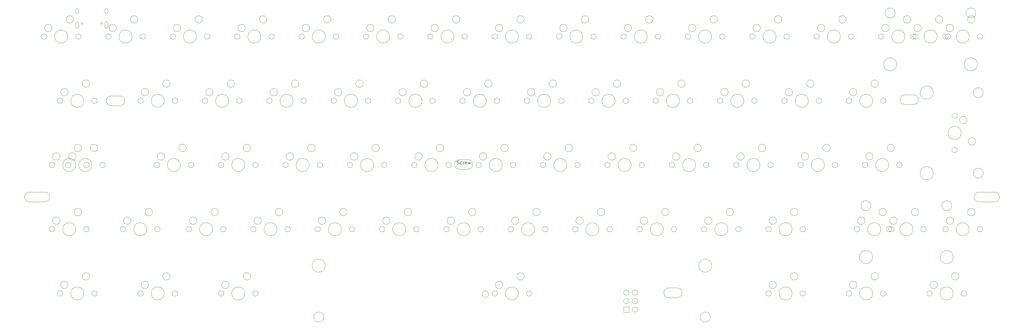
<source format=gbr>
G04 #@! TF.GenerationSoftware,KiCad,Pcbnew,(5.99.0-11336-g5116fa6d12)*
G04 #@! TF.CreationDate,2021-07-24T21:02:53+02:00*
G04 #@! TF.ProjectId,plain60-flex-mkd-iso,706c6169-6e36-4302-9d66-6c65782d6d6b,rev?*
G04 #@! TF.SameCoordinates,Original*
G04 #@! TF.FileFunction,AssemblyDrawing,Top*
%FSLAX46Y46*%
G04 Gerber Fmt 4.6, Leading zero omitted, Abs format (unit mm)*
G04 Created by KiCad (PCBNEW (5.99.0-11336-g5116fa6d12)) date 2021-07-24 21:02:53*
%MOMM*%
%LPD*%
G01*
G04 APERTURE LIST*
%ADD10C,0.150000*%
%ADD11C,0.100000*%
G04 APERTURE END LIST*
D10*
X126611417Y-47329801D02*
X126754274Y-47377420D01*
X126992369Y-47377420D01*
X127087608Y-47329801D01*
X127135227Y-47282182D01*
X127182846Y-47186944D01*
X127182846Y-47091706D01*
X127135227Y-46996468D01*
X127087608Y-46948849D01*
X126992369Y-46901230D01*
X126801893Y-46853611D01*
X126706655Y-46805992D01*
X126659036Y-46758373D01*
X126611417Y-46663135D01*
X126611417Y-46567897D01*
X126659036Y-46472659D01*
X126706655Y-46425040D01*
X126801893Y-46377420D01*
X127039988Y-46377420D01*
X127182846Y-46425040D01*
X128039988Y-47329801D02*
X127944750Y-47377420D01*
X127754274Y-47377420D01*
X127659036Y-47329801D01*
X127611417Y-47282182D01*
X127563798Y-47186944D01*
X127563798Y-46901230D01*
X127611417Y-46805992D01*
X127659036Y-46758373D01*
X127754274Y-46710754D01*
X127944750Y-46710754D01*
X128039988Y-46758373D01*
X128468560Y-47377420D02*
X128468560Y-46710754D01*
X128468560Y-46901230D02*
X128516179Y-46805992D01*
X128563798Y-46758373D01*
X128659036Y-46710754D01*
X128754274Y-46710754D01*
X129468560Y-47329801D02*
X129373322Y-47377420D01*
X129182846Y-47377420D01*
X129087608Y-47329801D01*
X129039988Y-47234563D01*
X129039988Y-46853611D01*
X129087608Y-46758373D01*
X129182846Y-46710754D01*
X129373322Y-46710754D01*
X129468560Y-46758373D01*
X129516179Y-46853611D01*
X129516179Y-46948849D01*
X129039988Y-47044087D01*
X129849512Y-46710754D02*
X130039988Y-47377420D01*
X130230465Y-46901230D01*
X130420941Y-47377420D01*
X130611417Y-46710754D01*
D11*
X79833000Y-23495000D02*
G75*
G03*
X79833000Y-23495000I-1093000J0D01*
G01*
X73483000Y-26035000D02*
G75*
G03*
X73483000Y-26035000I-1093000J0D01*
G01*
X71920900Y-28575000D02*
G75*
G03*
X71920900Y-28575000I-800900J0D01*
G01*
X82080900Y-28575000D02*
G75*
G03*
X82080900Y-28575000I-800900J0D01*
G01*
X78143900Y-28575000D02*
G75*
G03*
X78143900Y-28575000I-1943900J0D01*
G01*
X98883000Y-23495000D02*
G75*
G03*
X98883000Y-23495000I-1093000J0D01*
G01*
X92533000Y-26035000D02*
G75*
G03*
X92533000Y-26035000I-1093000J0D01*
G01*
X90970900Y-28575000D02*
G75*
G03*
X90970900Y-28575000I-800900J0D01*
G01*
X101130900Y-28575000D02*
G75*
G03*
X101130900Y-28575000I-800900J0D01*
G01*
X97193900Y-28575000D02*
G75*
G03*
X97193900Y-28575000I-1943900J0D01*
G01*
X156033000Y-23495000D02*
G75*
G03*
X156033000Y-23495000I-1093000J0D01*
G01*
X149683000Y-26035000D02*
G75*
G03*
X149683000Y-26035000I-1093000J0D01*
G01*
X154343900Y-28575000D02*
G75*
G03*
X154343900Y-28575000I-1943900J0D01*
G01*
X148120900Y-28575000D02*
G75*
G03*
X148120900Y-28575000I-800900J0D01*
G01*
X158280900Y-28575000D02*
G75*
G03*
X158280900Y-28575000I-800900J0D01*
G01*
X175083000Y-23495000D02*
G75*
G03*
X175083000Y-23495000I-1093000J0D01*
G01*
X168733000Y-26035000D02*
G75*
G03*
X168733000Y-26035000I-1093000J0D01*
G01*
X167170900Y-28575000D02*
G75*
G03*
X167170900Y-28575000I-800900J0D01*
G01*
X177330900Y-28575000D02*
G75*
G03*
X177330900Y-28575000I-800900J0D01*
G01*
X173393900Y-28575000D02*
G75*
G03*
X173393900Y-28575000I-1943900J0D01*
G01*
X136983000Y-23495000D02*
G75*
G03*
X136983000Y-23495000I-1093000J0D01*
G01*
X130633000Y-26035000D02*
G75*
G03*
X130633000Y-26035000I-1093000J0D01*
G01*
X139230900Y-28575000D02*
G75*
G03*
X139230900Y-28575000I-800900J0D01*
G01*
X129070900Y-28575000D02*
G75*
G03*
X129070900Y-28575000I-800900J0D01*
G01*
X135293900Y-28575000D02*
G75*
G03*
X135293900Y-28575000I-1943900J0D01*
G01*
X117933000Y-23495000D02*
G75*
G03*
X117933000Y-23495000I-1093000J0D01*
G01*
X111583000Y-26035000D02*
G75*
G03*
X111583000Y-26035000I-1093000J0D01*
G01*
X120180900Y-28575000D02*
G75*
G03*
X120180900Y-28575000I-800900J0D01*
G01*
X110020900Y-28575000D02*
G75*
G03*
X110020900Y-28575000I-800900J0D01*
G01*
X116243900Y-28575000D02*
G75*
G03*
X116243900Y-28575000I-1943900J0D01*
G01*
X17920500Y-23495000D02*
G75*
G03*
X17920500Y-23495000I-1093000J0D01*
G01*
X11570500Y-26035000D02*
G75*
G03*
X11570500Y-26035000I-1093000J0D01*
G01*
X10008400Y-28575000D02*
G75*
G03*
X10008400Y-28575000I-800900J0D01*
G01*
X16231400Y-28575000D02*
G75*
G03*
X16231400Y-28575000I-1943900J0D01*
G01*
X20168400Y-28575000D02*
G75*
G03*
X20168400Y-28575000I-800900J0D01*
G01*
X146508000Y-4445000D02*
G75*
G03*
X146508000Y-4445000I-1093000J0D01*
G01*
X140158000Y-6985000D02*
G75*
G03*
X140158000Y-6985000I-1093000J0D01*
G01*
X144818900Y-9525000D02*
G75*
G03*
X144818900Y-9525000I-1943900J0D01*
G01*
X148755900Y-9525000D02*
G75*
G03*
X148755900Y-9525000I-800900J0D01*
G01*
X138595900Y-9525000D02*
G75*
G03*
X138595900Y-9525000I-800900J0D01*
G01*
X184608000Y-4445000D02*
G75*
G03*
X184608000Y-4445000I-1093000J0D01*
G01*
X178258000Y-6985000D02*
G75*
G03*
X178258000Y-6985000I-1093000J0D01*
G01*
X176695900Y-9525000D02*
G75*
G03*
X176695900Y-9525000I-800900J0D01*
G01*
X186855900Y-9525000D02*
G75*
G03*
X186855900Y-9525000I-800900J0D01*
G01*
X182918900Y-9525000D02*
G75*
G03*
X182918900Y-9525000I-1943900J0D01*
G01*
X89358000Y-4445000D02*
G75*
G03*
X89358000Y-4445000I-1093000J0D01*
G01*
X83008000Y-6985000D02*
G75*
G03*
X83008000Y-6985000I-1093000J0D01*
G01*
X91605900Y-9525000D02*
G75*
G03*
X91605900Y-9525000I-800900J0D01*
G01*
X81445900Y-9525000D02*
G75*
G03*
X81445900Y-9525000I-800900J0D01*
G01*
X87668900Y-9525000D02*
G75*
G03*
X87668900Y-9525000I-1943900J0D01*
G01*
X241758000Y-4445000D02*
G75*
G03*
X241758000Y-4445000I-1093000J0D01*
G01*
X235408000Y-6985000D02*
G75*
G03*
X235408000Y-6985000I-1093000J0D01*
G01*
X240068900Y-9525000D02*
G75*
G03*
X240068900Y-9525000I-1943900J0D01*
G01*
X244005900Y-9525000D02*
G75*
G03*
X244005900Y-9525000I-800900J0D01*
G01*
X233845900Y-9525000D02*
G75*
G03*
X233845900Y-9525000I-800900J0D01*
G01*
X222708000Y-4445000D02*
G75*
G03*
X222708000Y-4445000I-1093000J0D01*
G01*
X216358000Y-6985000D02*
G75*
G03*
X216358000Y-6985000I-1093000J0D01*
G01*
X214795900Y-9525000D02*
G75*
G03*
X214795900Y-9525000I-800900J0D01*
G01*
X224955900Y-9525000D02*
G75*
G03*
X224955900Y-9525000I-800900J0D01*
G01*
X221018900Y-9525000D02*
G75*
G03*
X221018900Y-9525000I-1943900J0D01*
G01*
X203658000Y-4445000D02*
G75*
G03*
X203658000Y-4445000I-1093000J0D01*
G01*
X197308000Y-6985000D02*
G75*
G03*
X197308000Y-6985000I-1093000J0D01*
G01*
X201968900Y-9525000D02*
G75*
G03*
X201968900Y-9525000I-1943900J0D01*
G01*
X205905900Y-9525000D02*
G75*
G03*
X205905900Y-9525000I-800900J0D01*
G01*
X195745900Y-9525000D02*
G75*
G03*
X195745900Y-9525000I-800900J0D01*
G01*
X165558000Y-4445000D02*
G75*
G03*
X165558000Y-4445000I-1093000J0D01*
G01*
X159208000Y-6985000D02*
G75*
G03*
X159208000Y-6985000I-1093000J0D01*
G01*
X157645900Y-9525000D02*
G75*
G03*
X157645900Y-9525000I-800900J0D01*
G01*
X167805900Y-9525000D02*
G75*
G03*
X167805900Y-9525000I-800900J0D01*
G01*
X163868900Y-9525000D02*
G75*
G03*
X163868900Y-9525000I-1943900J0D01*
G01*
X127458000Y-4445000D02*
G75*
G03*
X127458000Y-4445000I-1093000J0D01*
G01*
X121108000Y-6985000D02*
G75*
G03*
X121108000Y-6985000I-1093000J0D01*
G01*
X125768900Y-9525000D02*
G75*
G03*
X125768900Y-9525000I-1943900J0D01*
G01*
X119545900Y-9525000D02*
G75*
G03*
X119545900Y-9525000I-800900J0D01*
G01*
X129705900Y-9525000D02*
G75*
G03*
X129705900Y-9525000I-800900J0D01*
G01*
X108408000Y-4445000D02*
G75*
G03*
X108408000Y-4445000I-1093000J0D01*
G01*
X102058000Y-6985000D02*
G75*
G03*
X102058000Y-6985000I-1093000J0D01*
G01*
X110655900Y-9525000D02*
G75*
G03*
X110655900Y-9525000I-800900J0D01*
G01*
X100495900Y-9525000D02*
G75*
G03*
X100495900Y-9525000I-800900J0D01*
G01*
X106718900Y-9525000D02*
G75*
G03*
X106718900Y-9525000I-1943900J0D01*
G01*
X70308000Y-4445000D02*
G75*
G03*
X70308000Y-4445000I-1093000J0D01*
G01*
X63958000Y-6985000D02*
G75*
G03*
X63958000Y-6985000I-1093000J0D01*
G01*
X62395900Y-9525000D02*
G75*
G03*
X62395900Y-9525000I-800900J0D01*
G01*
X68618900Y-9525000D02*
G75*
G03*
X68618900Y-9525000I-1943900J0D01*
G01*
X72555900Y-9525000D02*
G75*
G03*
X72555900Y-9525000I-800900J0D01*
G01*
X32208000Y-4445000D02*
G75*
G03*
X32208000Y-4445000I-1093000J0D01*
G01*
X25858000Y-6985000D02*
G75*
G03*
X25858000Y-6985000I-1093000J0D01*
G01*
X30518900Y-9525000D02*
G75*
G03*
X30518900Y-9525000I-1943900J0D01*
G01*
X34455900Y-9525000D02*
G75*
G03*
X34455900Y-9525000I-800900J0D01*
G01*
X24295900Y-9525000D02*
G75*
G03*
X24295900Y-9525000I-800900J0D01*
G01*
X13158000Y-4445000D02*
G75*
G03*
X13158000Y-4445000I-1093000J0D01*
G01*
X6808000Y-6985000D02*
G75*
G03*
X6808000Y-6985000I-1093000J0D01*
G01*
X11468900Y-9525000D02*
G75*
G03*
X11468900Y-9525000I-1943900J0D01*
G01*
X15405900Y-9525000D02*
G75*
G03*
X15405900Y-9525000I-800900J0D01*
G01*
X5245900Y-9525000D02*
G75*
G03*
X5245900Y-9525000I-800900J0D01*
G01*
X41733000Y-80645000D02*
G75*
G03*
X41733000Y-80645000I-1093000J0D01*
G01*
X35383000Y-83185000D02*
G75*
G03*
X35383000Y-83185000I-1093000J0D01*
G01*
X33820900Y-85725000D02*
G75*
G03*
X33820900Y-85725000I-800900J0D01*
G01*
X43980900Y-85725000D02*
G75*
G03*
X43980900Y-85725000I-800900J0D01*
G01*
X40043900Y-85725000D02*
G75*
G03*
X40043900Y-85725000I-1943900J0D01*
G01*
X151270500Y-61595000D02*
G75*
G03*
X151270500Y-61595000I-1093000J0D01*
G01*
X144920500Y-64135000D02*
G75*
G03*
X144920500Y-64135000I-1093000J0D01*
G01*
X153518400Y-66675000D02*
G75*
G03*
X153518400Y-66675000I-800900J0D01*
G01*
X143358400Y-66675000D02*
G75*
G03*
X143358400Y-66675000I-800900J0D01*
G01*
X149581400Y-66675000D02*
G75*
G03*
X149581400Y-66675000I-1943900J0D01*
G01*
X227470500Y-61595000D02*
G75*
G03*
X227470500Y-61595000I-1093000J0D01*
G01*
X221120500Y-64135000D02*
G75*
G03*
X221120500Y-64135000I-1093000J0D01*
G01*
X225781400Y-66675000D02*
G75*
G03*
X225781400Y-66675000I-1943900J0D01*
G01*
X219558400Y-66675000D02*
G75*
G03*
X219558400Y-66675000I-800900J0D01*
G01*
X229718400Y-66675000D02*
G75*
G03*
X229718400Y-66675000I-800900J0D01*
G01*
X170320500Y-61595000D02*
G75*
G03*
X170320500Y-61595000I-1093000J0D01*
G01*
X163970500Y-64135000D02*
G75*
G03*
X163970500Y-64135000I-1093000J0D01*
G01*
X172568400Y-66675000D02*
G75*
G03*
X172568400Y-66675000I-800900J0D01*
G01*
X168631400Y-66675000D02*
G75*
G03*
X168631400Y-66675000I-1943900J0D01*
G01*
X162408400Y-66675000D02*
G75*
G03*
X162408400Y-66675000I-800900J0D01*
G01*
X132220500Y-61595000D02*
G75*
G03*
X132220500Y-61595000I-1093000J0D01*
G01*
X125870500Y-64135000D02*
G75*
G03*
X125870500Y-64135000I-1093000J0D01*
G01*
X124308400Y-66675000D02*
G75*
G03*
X124308400Y-66675000I-800900J0D01*
G01*
X130531400Y-66675000D02*
G75*
G03*
X130531400Y-66675000I-1943900J0D01*
G01*
X134468400Y-66675000D02*
G75*
G03*
X134468400Y-66675000I-800900J0D01*
G01*
X189370500Y-61595000D02*
G75*
G03*
X189370500Y-61595000I-1093000J0D01*
G01*
X183020500Y-64135000D02*
G75*
G03*
X183020500Y-64135000I-1093000J0D01*
G01*
X191618400Y-66675000D02*
G75*
G03*
X191618400Y-66675000I-800900J0D01*
G01*
X181458400Y-66675000D02*
G75*
G03*
X181458400Y-66675000I-800900J0D01*
G01*
X187681400Y-66675000D02*
G75*
G03*
X187681400Y-66675000I-1943900J0D01*
G01*
X17920500Y-80645000D02*
G75*
G03*
X17920500Y-80645000I-1093000J0D01*
G01*
X11570500Y-83185000D02*
G75*
G03*
X11570500Y-83185000I-1093000J0D01*
G01*
X10008400Y-85725000D02*
G75*
G03*
X10008400Y-85725000I-800900J0D01*
G01*
X20168400Y-85725000D02*
G75*
G03*
X20168400Y-85725000I-800900J0D01*
G01*
X16231400Y-85725000D02*
G75*
G03*
X16231400Y-85725000I-1943900J0D01*
G01*
X251283000Y-23495000D02*
G75*
G03*
X251283000Y-23495000I-1093000J0D01*
G01*
X244933000Y-26035000D02*
G75*
G03*
X244933000Y-26035000I-1093000J0D01*
G01*
X243370900Y-28575000D02*
G75*
G03*
X243370900Y-28575000I-800900J0D01*
G01*
X249593900Y-28575000D02*
G75*
G03*
X249593900Y-28575000I-1943900J0D01*
G01*
X253530900Y-28575000D02*
G75*
G03*
X253530900Y-28575000I-800900J0D01*
G01*
X56020500Y-61595000D02*
G75*
G03*
X56020500Y-61595000I-1093000J0D01*
G01*
X49670500Y-64135000D02*
G75*
G03*
X49670500Y-64135000I-1093000J0D01*
G01*
X54331400Y-66675000D02*
G75*
G03*
X54331400Y-66675000I-1943900J0D01*
G01*
X58268400Y-66675000D02*
G75*
G03*
X58268400Y-66675000I-800900J0D01*
G01*
X48108400Y-66675000D02*
G75*
G03*
X48108400Y-66675000I-800900J0D01*
G01*
X194133000Y-23495000D02*
G75*
G03*
X194133000Y-23495000I-1093000J0D01*
G01*
X187783000Y-26035000D02*
G75*
G03*
X187783000Y-26035000I-1093000J0D01*
G01*
X192443900Y-28575000D02*
G75*
G03*
X192443900Y-28575000I-1943900J0D01*
G01*
X186220900Y-28575000D02*
G75*
G03*
X186220900Y-28575000I-800900J0D01*
G01*
X196380900Y-28575000D02*
G75*
G03*
X196380900Y-28575000I-800900J0D01*
G01*
X122695500Y-42545000D02*
G75*
G03*
X122695500Y-42545000I-1093000J0D01*
G01*
X116345500Y-45085000D02*
G75*
G03*
X116345500Y-45085000I-1093000J0D01*
G01*
X114783400Y-47625000D02*
G75*
G03*
X114783400Y-47625000I-800900J0D01*
G01*
X121006400Y-47625000D02*
G75*
G03*
X121006400Y-47625000I-1943900J0D01*
G01*
X124943400Y-47625000D02*
G75*
G03*
X124943400Y-47625000I-800900J0D01*
G01*
X65545500Y-42545000D02*
G75*
G03*
X65545500Y-42545000I-1093000J0D01*
G01*
X59195500Y-45085000D02*
G75*
G03*
X59195500Y-45085000I-1093000J0D01*
G01*
X63856400Y-47625000D02*
G75*
G03*
X63856400Y-47625000I-1943900J0D01*
G01*
X67793400Y-47625000D02*
G75*
G03*
X67793400Y-47625000I-800900J0D01*
G01*
X57633400Y-47625000D02*
G75*
G03*
X57633400Y-47625000I-800900J0D01*
G01*
X256045500Y-42545000D02*
G75*
G03*
X256045500Y-42545000I-1093000J0D01*
G01*
X249695500Y-45085000D02*
G75*
G03*
X249695500Y-45085000I-1093000J0D01*
G01*
X254356400Y-47625000D02*
G75*
G03*
X254356400Y-47625000I-1943900J0D01*
G01*
X258293400Y-47625000D02*
G75*
G03*
X258293400Y-47625000I-800900J0D01*
G01*
X248133400Y-47625000D02*
G75*
G03*
X248133400Y-47625000I-800900J0D01*
G01*
X279858000Y-61595000D02*
G75*
G03*
X279858000Y-61595000I-1093000J0D01*
G01*
X273508000Y-64135000D02*
G75*
G03*
X273508000Y-64135000I-1093000J0D01*
G01*
X271945900Y-66675000D02*
G75*
G03*
X271945900Y-66675000I-800900J0D01*
G01*
X282105900Y-66675000D02*
G75*
G03*
X282105900Y-66675000I-800900J0D01*
G01*
X278168900Y-66675000D02*
G75*
G03*
X278168900Y-66675000I-1943900J0D01*
G01*
X179845500Y-42545000D02*
G75*
G03*
X179845500Y-42545000I-1093000J0D01*
G01*
X173495500Y-45085000D02*
G75*
G03*
X173495500Y-45085000I-1093000J0D01*
G01*
X182093400Y-47625000D02*
G75*
G03*
X182093400Y-47625000I-800900J0D01*
G01*
X178156400Y-47625000D02*
G75*
G03*
X178156400Y-47625000I-1943900J0D01*
G01*
X171933400Y-47625000D02*
G75*
G03*
X171933400Y-47625000I-800900J0D01*
G01*
X280017687Y-40640061D02*
G75*
G03*
X280017687Y-40640061I-1093000J0D01*
G01*
X277477687Y-34290061D02*
G75*
G03*
X277477687Y-34290061I-1093000J0D01*
G01*
X267532687Y-26162961D02*
G75*
G03*
X267532687Y-26162961I-1943900J0D01*
G01*
X267532687Y-50038961D02*
G75*
G03*
X267532687Y-50038961I-1943900J0D01*
G01*
X274645587Y-33020061D02*
G75*
G03*
X274645587Y-33020061I-800900J0D01*
G01*
X275788587Y-38100061D02*
G75*
G03*
X275788587Y-38100061I-1943900J0D01*
G01*
X282302787Y-26162961D02*
G75*
G03*
X282302787Y-26162961I-1474000J0D01*
G01*
X282302787Y-50038961D02*
G75*
G03*
X282302787Y-50038961I-1474000J0D01*
G01*
X274645587Y-43180061D02*
G75*
G03*
X274645587Y-43180061I-800900J0D01*
G01*
X232233000Y-23495000D02*
G75*
G03*
X232233000Y-23495000I-1093000J0D01*
G01*
X225883000Y-26035000D02*
G75*
G03*
X225883000Y-26035000I-1093000J0D01*
G01*
X230543900Y-28575000D02*
G75*
G03*
X230543900Y-28575000I-1943900J0D01*
G01*
X234480900Y-28575000D02*
G75*
G03*
X234480900Y-28575000I-800900J0D01*
G01*
X224320900Y-28575000D02*
G75*
G03*
X224320900Y-28575000I-800900J0D01*
G01*
X65545500Y-80645000D02*
G75*
G03*
X65545500Y-80645000I-1093000J0D01*
G01*
X59195500Y-83185000D02*
G75*
G03*
X59195500Y-83185000I-1093000J0D01*
G01*
X63856400Y-85725000D02*
G75*
G03*
X63856400Y-85725000I-1943900J0D01*
G01*
X67793400Y-85725000D02*
G75*
G03*
X67793400Y-85725000I-800900J0D01*
G01*
X57633400Y-85725000D02*
G75*
G03*
X57633400Y-85725000I-800900J0D01*
G01*
X84595500Y-42545000D02*
G75*
G03*
X84595500Y-42545000I-1093000J0D01*
G01*
X78245500Y-45085000D02*
G75*
G03*
X78245500Y-45085000I-1093000J0D01*
G01*
X82906400Y-47625000D02*
G75*
G03*
X82906400Y-47625000I-1943900J0D01*
G01*
X76683400Y-47625000D02*
G75*
G03*
X76683400Y-47625000I-800900J0D01*
G01*
X86843400Y-47625000D02*
G75*
G03*
X86843400Y-47625000I-800900J0D01*
G01*
X160795500Y-42545000D02*
G75*
G03*
X160795500Y-42545000I-1093000J0D01*
G01*
X154445500Y-45085000D02*
G75*
G03*
X154445500Y-45085000I-1093000J0D01*
G01*
X163043400Y-47625000D02*
G75*
G03*
X163043400Y-47625000I-800900J0D01*
G01*
X152883400Y-47625000D02*
G75*
G03*
X152883400Y-47625000I-800900J0D01*
G01*
X159106400Y-47625000D02*
G75*
G03*
X159106400Y-47625000I-1943900J0D01*
G01*
X103645500Y-42545000D02*
G75*
G03*
X103645500Y-42545000I-1093000J0D01*
G01*
X97295500Y-45085000D02*
G75*
G03*
X97295500Y-45085000I-1093000J0D01*
G01*
X105893400Y-47625000D02*
G75*
G03*
X105893400Y-47625000I-800900J0D01*
G01*
X101956400Y-47625000D02*
G75*
G03*
X101956400Y-47625000I-1943900J0D01*
G01*
X95733400Y-47625000D02*
G75*
G03*
X95733400Y-47625000I-800900J0D01*
G01*
X46495500Y-42545000D02*
G75*
G03*
X46495500Y-42545000I-1093000J0D01*
G01*
X40145500Y-45085000D02*
G75*
G03*
X40145500Y-45085000I-1093000J0D01*
G01*
X44806400Y-47625000D02*
G75*
G03*
X44806400Y-47625000I-1943900J0D01*
G01*
X38583400Y-47625000D02*
G75*
G03*
X38583400Y-47625000I-800900J0D01*
G01*
X48743400Y-47625000D02*
G75*
G03*
X48743400Y-47625000I-800900J0D01*
G01*
X198895500Y-42545000D02*
G75*
G03*
X198895500Y-42545000I-1093000J0D01*
G01*
X192545500Y-45085000D02*
G75*
G03*
X192545500Y-45085000I-1093000J0D01*
G01*
X190983400Y-47625000D02*
G75*
G03*
X190983400Y-47625000I-800900J0D01*
G01*
X197206400Y-47625000D02*
G75*
G03*
X197206400Y-47625000I-1943900J0D01*
G01*
X201143400Y-47625000D02*
G75*
G03*
X201143400Y-47625000I-800900J0D01*
G01*
X15539277Y-61594925D02*
G75*
G03*
X15539277Y-61594925I-1093000J0D01*
G01*
X9189277Y-64134925D02*
G75*
G03*
X9189277Y-64134925I-1093000J0D01*
G01*
X7627177Y-66674925D02*
G75*
G03*
X7627177Y-66674925I-800900J0D01*
G01*
X13850177Y-66674925D02*
G75*
G03*
X13850177Y-66674925I-1943900J0D01*
G01*
X17787177Y-66674925D02*
G75*
G03*
X17787177Y-66674925I-800900J0D01*
G01*
X236995500Y-42545000D02*
G75*
G03*
X236995500Y-42545000I-1093000J0D01*
G01*
X230645500Y-45085000D02*
G75*
G03*
X230645500Y-45085000I-1093000J0D01*
G01*
X235306400Y-47625000D02*
G75*
G03*
X235306400Y-47625000I-1943900J0D01*
G01*
X239243400Y-47625000D02*
G75*
G03*
X239243400Y-47625000I-800900J0D01*
G01*
X229083400Y-47625000D02*
G75*
G03*
X229083400Y-47625000I-800900J0D01*
G01*
X217945500Y-42545000D02*
G75*
G03*
X217945500Y-42545000I-1093000J0D01*
G01*
X211595500Y-45085000D02*
G75*
G03*
X211595500Y-45085000I-1093000J0D01*
G01*
X210033400Y-47625000D02*
G75*
G03*
X210033400Y-47625000I-800900J0D01*
G01*
X220193400Y-47625000D02*
G75*
G03*
X220193400Y-47625000I-800900J0D01*
G01*
X216256400Y-47625000D02*
G75*
G03*
X216256400Y-47625000I-1943900J0D01*
G01*
X213183000Y-23495000D02*
G75*
G03*
X213183000Y-23495000I-1093000J0D01*
G01*
X206833000Y-26035000D02*
G75*
G03*
X206833000Y-26035000I-1093000J0D01*
G01*
X205270900Y-28575000D02*
G75*
G03*
X205270900Y-28575000I-800900J0D01*
G01*
X215430900Y-28575000D02*
G75*
G03*
X215430900Y-28575000I-800900J0D01*
G01*
X211493900Y-28575000D02*
G75*
G03*
X211493900Y-28575000I-1943900J0D01*
G01*
X141745500Y-42545000D02*
G75*
G03*
X141745500Y-42545000I-1093000J0D01*
G01*
X135395500Y-45085000D02*
G75*
G03*
X135395500Y-45085000I-1093000J0D01*
G01*
X133833400Y-47625000D02*
G75*
G03*
X133833400Y-47625000I-800900J0D01*
G01*
X140056400Y-47625000D02*
G75*
G03*
X140056400Y-47625000I-1943900J0D01*
G01*
X143993400Y-47625000D02*
G75*
G03*
X143993400Y-47625000I-800900J0D01*
G01*
X20301750Y-42545000D02*
G75*
G03*
X20301750Y-42545000I-1093000J0D01*
G01*
X13951750Y-45085000D02*
G75*
G03*
X13951750Y-45085000I-1093000J0D01*
G01*
X12389650Y-47625000D02*
G75*
G03*
X12389650Y-47625000I-800900J0D01*
G01*
X18612650Y-47625000D02*
G75*
G03*
X18612650Y-47625000I-1943900J0D01*
G01*
X22549650Y-47625000D02*
G75*
G03*
X22549650Y-47625000I-800900J0D01*
G01*
X113170500Y-61595000D02*
G75*
G03*
X113170500Y-61595000I-1093000J0D01*
G01*
X106820500Y-64135000D02*
G75*
G03*
X106820500Y-64135000I-1093000J0D01*
G01*
X115418400Y-66675000D02*
G75*
G03*
X115418400Y-66675000I-800900J0D01*
G01*
X105258400Y-66675000D02*
G75*
G03*
X105258400Y-66675000I-800900J0D01*
G01*
X111481400Y-66675000D02*
G75*
G03*
X111481400Y-66675000I-1943900J0D01*
G01*
X251283000Y-80645000D02*
G75*
G03*
X251283000Y-80645000I-1093000J0D01*
G01*
X244933000Y-83185000D02*
G75*
G03*
X244933000Y-83185000I-1093000J0D01*
G01*
X249593900Y-85725000D02*
G75*
G03*
X249593900Y-85725000I-1943900J0D01*
G01*
X243370900Y-85725000D02*
G75*
G03*
X243370900Y-85725000I-800900J0D01*
G01*
X253530900Y-85725000D02*
G75*
G03*
X253530900Y-85725000I-800900J0D01*
G01*
X75070500Y-61595000D02*
G75*
G03*
X75070500Y-61595000I-1093000J0D01*
G01*
X68720500Y-64135000D02*
G75*
G03*
X68720500Y-64135000I-1093000J0D01*
G01*
X77318400Y-66675000D02*
G75*
G03*
X77318400Y-66675000I-800900J0D01*
G01*
X67158400Y-66675000D02*
G75*
G03*
X67158400Y-66675000I-800900J0D01*
G01*
X73381400Y-66675000D02*
G75*
G03*
X73381400Y-66675000I-1943900J0D01*
G01*
X227470500Y-80645000D02*
G75*
G03*
X227470500Y-80645000I-1093000J0D01*
G01*
X221120500Y-83185000D02*
G75*
G03*
X221120500Y-83185000I-1093000J0D01*
G01*
X225781400Y-85725000D02*
G75*
G03*
X225781400Y-85725000I-1943900J0D01*
G01*
X219558400Y-85725000D02*
G75*
G03*
X219558400Y-85725000I-800900J0D01*
G01*
X229718400Y-85725000D02*
G75*
G03*
X229718400Y-85725000I-800900J0D01*
G01*
X275095728Y-80645072D02*
G75*
G03*
X275095728Y-80645072I-1093000J0D01*
G01*
X268745728Y-83185072D02*
G75*
G03*
X268745728Y-83185072I-1093000J0D01*
G01*
X267183628Y-85725072D02*
G75*
G03*
X267183628Y-85725072I-800900J0D01*
G01*
X277343628Y-85725072D02*
G75*
G03*
X277343628Y-85725072I-800900J0D01*
G01*
X273406628Y-85725072D02*
G75*
G03*
X273406628Y-85725072I-1943900J0D01*
G01*
X281118988Y-58575000D02*
X285618988Y-58575000D01*
X281118988Y-55675000D02*
X285618988Y-55675000D01*
X285618988Y-58575000D02*
G75*
G03*
X285618988Y-55675000I0J1450000D01*
G01*
X281118988Y-55675000D02*
G75*
G03*
X281118988Y-58575000I0J-1450000D01*
G01*
X131252Y-58575000D02*
X4631252Y-58575000D01*
X131252Y-55675000D02*
X4631252Y-55675000D01*
X4631252Y-58575000D02*
G75*
G03*
X4631252Y-55675000I0J1450000D01*
G01*
X131252Y-55675000D02*
G75*
G03*
X131252Y-58575000I0J-1450000D01*
G01*
X41733000Y-23495000D02*
G75*
G03*
X41733000Y-23495000I-1093000J0D01*
G01*
X35383000Y-26035000D02*
G75*
G03*
X35383000Y-26035000I-1093000J0D01*
G01*
X40043900Y-28575000D02*
G75*
G03*
X40043900Y-28575000I-1943900J0D01*
G01*
X43980900Y-28575000D02*
G75*
G03*
X43980900Y-28575000I-800900J0D01*
G01*
X33820900Y-28575000D02*
G75*
G03*
X33820900Y-28575000I-800900J0D01*
G01*
X279857977Y-4445061D02*
G75*
G03*
X279857977Y-4445061I-1093000J0D01*
G01*
X273507977Y-6985061D02*
G75*
G03*
X273507977Y-6985061I-1093000J0D01*
G01*
X282105877Y-9525061D02*
G75*
G03*
X282105877Y-9525061I-800900J0D01*
G01*
X271945877Y-9525061D02*
G75*
G03*
X271945877Y-9525061I-800900J0D01*
G01*
X278168877Y-9525061D02*
G75*
G03*
X278168877Y-9525061I-1943900J0D01*
G01*
X36520500Y-61595000D02*
G75*
G03*
X36520500Y-61595000I-1093000J0D01*
G01*
X30170500Y-64135000D02*
G75*
G03*
X30170500Y-64135000I-1093000J0D01*
G01*
X34831400Y-66675000D02*
G75*
G03*
X34831400Y-66675000I-1943900J0D01*
G01*
X28608400Y-66675000D02*
G75*
G03*
X28608400Y-66675000I-800900J0D01*
G01*
X38768400Y-66675000D02*
G75*
G03*
X38768400Y-66675000I-800900J0D01*
G01*
X189250160Y-86975000D02*
X191750160Y-86975000D01*
X189250160Y-84075000D02*
X191750160Y-84075000D01*
X191750160Y-86975000D02*
G75*
G03*
X191750160Y-84075000I0J1450000D01*
G01*
X189250160Y-84075000D02*
G75*
G03*
X189250160Y-86975000I0J-1450000D01*
G01*
X94120500Y-61595000D02*
G75*
G03*
X94120500Y-61595000I-1093000J0D01*
G01*
X87770500Y-64135000D02*
G75*
G03*
X87770500Y-64135000I-1093000J0D01*
G01*
X86208400Y-66675000D02*
G75*
G03*
X86208400Y-66675000I-800900J0D01*
G01*
X96368400Y-66675000D02*
G75*
G03*
X96368400Y-66675000I-800900J0D01*
G01*
X92431400Y-66675000D02*
G75*
G03*
X92431400Y-66675000I-1943900J0D01*
G01*
X15539277Y-42544925D02*
G75*
G03*
X15539277Y-42544925I-1093000J0D01*
G01*
X9189277Y-45084925D02*
G75*
G03*
X9189277Y-45084925I-1093000J0D01*
G01*
X13850177Y-47624925D02*
G75*
G03*
X13850177Y-47624925I-1943900J0D01*
G01*
X17787177Y-47624925D02*
G75*
G03*
X17787177Y-47624925I-800900J0D01*
G01*
X7627177Y-47624925D02*
G75*
G03*
X7627177Y-47624925I-800900J0D01*
G01*
X259175000Y-29677050D02*
X261675000Y-29677050D01*
X259175000Y-26777050D02*
X261675000Y-26777050D01*
X261675000Y-29677050D02*
G75*
G03*
X261675000Y-26777050I0J1450000D01*
G01*
X259175000Y-26777050D02*
G75*
G03*
X259175000Y-29677050I0J-1450000D01*
G01*
X260807977Y-4445061D02*
G75*
G03*
X260807977Y-4445061I-1093000J0D01*
G01*
X254457977Y-6985061D02*
G75*
G03*
X254457977Y-6985061I-1093000J0D01*
G01*
X259118877Y-9525061D02*
G75*
G03*
X259118877Y-9525061I-1943900J0D01*
G01*
X252895877Y-9525061D02*
G75*
G03*
X252895877Y-9525061I-800900J0D01*
G01*
X263055877Y-9525061D02*
G75*
G03*
X263055877Y-9525061I-800900J0D01*
G01*
X253664287Y-61595061D02*
G75*
G03*
X253664287Y-61595061I-1093000J0D01*
G01*
X247314287Y-64135061D02*
G75*
G03*
X247314287Y-64135061I-1093000J0D01*
G01*
X251975187Y-66675061D02*
G75*
G03*
X251975187Y-66675061I-1943900J0D01*
G01*
X245752187Y-66675061D02*
G75*
G03*
X245752187Y-66675061I-800900J0D01*
G01*
X255912187Y-66675061D02*
G75*
G03*
X255912187Y-66675061I-800900J0D01*
G01*
X272580987Y-9524961D02*
G75*
G03*
X272580987Y-9524961I-800900J0D01*
G01*
X280112087Y-2539961D02*
G75*
G03*
X280112087Y-2539961I-1474000J0D01*
G01*
X256705987Y-17779961D02*
G75*
G03*
X256705987Y-17779961I-1943900J0D01*
G01*
X262420987Y-9524961D02*
G75*
G03*
X262420987Y-9524961I-800900J0D01*
G01*
X268643987Y-9524961D02*
G75*
G03*
X268643987Y-9524961I-1943900J0D01*
G01*
X256236087Y-2539961D02*
G75*
G03*
X256236087Y-2539961I-1474000J0D01*
G01*
X280581987Y-17779961D02*
G75*
G03*
X280581987Y-17779961I-1943900J0D01*
G01*
X270333087Y-4444961D02*
G75*
G03*
X270333087Y-4444961I-1093000J0D01*
G01*
X263983087Y-6984961D02*
G75*
G03*
X263983087Y-6984961I-1093000J0D01*
G01*
X208420500Y-61595000D02*
G75*
G03*
X208420500Y-61595000I-1093000J0D01*
G01*
X202070500Y-64135000D02*
G75*
G03*
X202070500Y-64135000I-1093000J0D01*
G01*
X200508400Y-66675000D02*
G75*
G03*
X200508400Y-66675000I-800900J0D01*
G01*
X210668400Y-66675000D02*
G75*
G03*
X210668400Y-66675000I-800900J0D01*
G01*
X206731400Y-66675000D02*
G75*
G03*
X206731400Y-66675000I-1943900J0D01*
G01*
X127337608Y-48875040D02*
X129837608Y-48875040D01*
X127337608Y-45975040D02*
X129837608Y-45975040D01*
X129837608Y-48875040D02*
G75*
G03*
X129837608Y-45975040I0J1450000D01*
G01*
X127337608Y-45975040D02*
G75*
G03*
X127337608Y-48875040I0J-1450000D01*
G01*
X60783000Y-23495000D02*
G75*
G03*
X60783000Y-23495000I-1093000J0D01*
G01*
X54433000Y-26035000D02*
G75*
G03*
X54433000Y-26035000I-1093000J0D01*
G01*
X59093900Y-28575000D02*
G75*
G03*
X59093900Y-28575000I-1943900J0D01*
G01*
X63030900Y-28575000D02*
G75*
G03*
X63030900Y-28575000I-800900J0D01*
G01*
X52870900Y-28575000D02*
G75*
G03*
X52870900Y-28575000I-800900J0D01*
G01*
X24350000Y-30026024D02*
X26850000Y-30026024D01*
X24350000Y-27126024D02*
X26850000Y-27126024D01*
X26850000Y-30026024D02*
G75*
G03*
X26850000Y-27126024I0J1450000D01*
G01*
X24350000Y-27126024D02*
G75*
G03*
X24350000Y-30026024I0J-1450000D01*
G01*
X263189347Y-61595011D02*
G75*
G03*
X263189347Y-61595011I-1093000J0D01*
G01*
X256839347Y-64135011D02*
G75*
G03*
X256839347Y-64135011I-1093000J0D01*
G01*
X265437247Y-66675011D02*
G75*
G03*
X265437247Y-66675011I-800900J0D01*
G01*
X272968347Y-59690011D02*
G75*
G03*
X272968347Y-59690011I-1474000J0D01*
G01*
X249092347Y-59690011D02*
G75*
G03*
X249092347Y-59690011I-1474000J0D01*
G01*
X255277247Y-66675011D02*
G75*
G03*
X255277247Y-66675011I-800900J0D01*
G01*
X261500247Y-66675011D02*
G75*
G03*
X261500247Y-66675011I-1943900J0D01*
G01*
X249562247Y-74930011D02*
G75*
G03*
X249562247Y-74930011I-1943900J0D01*
G01*
X273438247Y-74930011D02*
G75*
G03*
X273438247Y-74930011I-1943900J0D01*
G01*
X202000650Y-77470000D02*
G75*
G03*
X202000650Y-77470000I-1943900J0D01*
G01*
X201530750Y-92710000D02*
G75*
G03*
X201530750Y-92710000I-1474000J0D01*
G01*
X87167250Y-92710000D02*
G75*
G03*
X87167250Y-92710000I-1474000J0D01*
G01*
X87637150Y-77470000D02*
G75*
G03*
X87637150Y-77470000I-1943900J0D01*
G01*
X146508000Y-80645000D02*
G75*
G03*
X146508000Y-80645000I-1093000J0D01*
G01*
X140158000Y-83185000D02*
G75*
G03*
X140158000Y-83185000I-1093000J0D01*
G01*
X148755900Y-85725000D02*
G75*
G03*
X148755900Y-85725000I-800900J0D01*
G01*
X144818900Y-85725000D02*
G75*
G03*
X144818900Y-85725000I-1943900J0D01*
G01*
X138595900Y-85725000D02*
G75*
G03*
X138595900Y-85725000I-800900J0D01*
G01*
X51258000Y-4445000D02*
G75*
G03*
X51258000Y-4445000I-1093000J0D01*
G01*
X44908000Y-6985000D02*
G75*
G03*
X44908000Y-6985000I-1093000J0D01*
G01*
X49568900Y-9525000D02*
G75*
G03*
X49568900Y-9525000I-1943900J0D01*
G01*
X53505900Y-9525000D02*
G75*
G03*
X53505900Y-9525000I-800900J0D01*
G01*
X43345900Y-9525000D02*
G75*
G03*
X43345900Y-9525000I-800900J0D01*
G01*
X135929287Y-85950061D02*
G75*
G03*
X135929287Y-85950061I-950000J0D01*
G01*
X21733000Y-5630000D02*
G75*
G03*
X21733000Y-5630000I-275000J0D01*
G01*
X15953000Y-5630000D02*
G75*
G03*
X15953000Y-5630000I-275000J0D01*
G01*
X23338000Y-6710000D02*
X23338000Y-5610000D01*
X22438000Y-6710000D02*
X22438000Y-5610000D01*
X23338000Y-5610000D02*
G75*
G03*
X22438000Y-5610000I-450000J0D01*
G01*
X22438000Y-6710000D02*
G75*
G03*
X23338000Y-6710000I450000J0D01*
G01*
X23338000Y-2280000D02*
X23338000Y-1680000D01*
X22438000Y-2280000D02*
X22438000Y-1680000D01*
X23338000Y-1680000D02*
G75*
G03*
X22438000Y-1680000I-450000J0D01*
G01*
X22438000Y-2280000D02*
G75*
G03*
X23338000Y-2280000I450000J0D01*
G01*
X14698000Y-2280000D02*
X14698000Y-1680000D01*
X13798000Y-2280000D02*
X13798000Y-1680000D01*
X14698000Y-1680000D02*
G75*
G03*
X13798000Y-1680000I-450000J0D01*
G01*
X13798000Y-2280000D02*
G75*
G03*
X14698000Y-2280000I450000J0D01*
G01*
X14698000Y-6710000D02*
X14698000Y-5610000D01*
X13798000Y-6710000D02*
X13798000Y-5610000D01*
X14698000Y-5610000D02*
G75*
G03*
X13798000Y-5610000I-450000J0D01*
G01*
X13798000Y-6710000D02*
G75*
G03*
X14698000Y-6710000I450000J0D01*
G01*
X175929287Y-89710061D02*
X175929287Y-91310061D01*
X177529287Y-91310061D01*
X177529287Y-89710061D01*
X175929287Y-89710061D01*
X180069287Y-90510061D02*
X180069287Y-90510061D01*
X178469287Y-90510061D02*
X178469287Y-90510061D01*
X180069287Y-90510061D02*
G75*
G03*
X178469287Y-90510061I-800000J0D01*
G01*
X178469287Y-90510061D02*
G75*
G03*
X180069287Y-90510061I800000J0D01*
G01*
X177529287Y-87970061D02*
X177529287Y-87970061D01*
X175929287Y-87970061D02*
X175929287Y-87970061D01*
X177529287Y-87970061D02*
G75*
G03*
X175929287Y-87970061I-800000J0D01*
G01*
X175929287Y-87970061D02*
G75*
G03*
X177529287Y-87970061I800000J0D01*
G01*
X180069287Y-87970061D02*
X180069287Y-87970061D01*
X178469287Y-87970061D02*
X178469287Y-87970061D01*
X180069287Y-87970061D02*
G75*
G03*
X178469287Y-87970061I-800000J0D01*
G01*
X178469287Y-87970061D02*
G75*
G03*
X180069287Y-87970061I800000J0D01*
G01*
X177529287Y-85430061D02*
X177529287Y-85430061D01*
X175929287Y-85430061D02*
X175929287Y-85430061D01*
X177529287Y-85430061D02*
G75*
G03*
X175929287Y-85430061I-800000J0D01*
G01*
X175929287Y-85430061D02*
G75*
G03*
X177529287Y-85430061I800000J0D01*
G01*
X180069287Y-85430061D02*
X180069287Y-85430061D01*
X178469287Y-85430061D02*
X178469287Y-85430061D01*
X180069287Y-85430061D02*
G75*
G03*
X178469287Y-85430061I-800000J0D01*
G01*
X178469287Y-85430061D02*
G75*
G03*
X180069287Y-85430061I800000J0D01*
G01*
M02*

</source>
